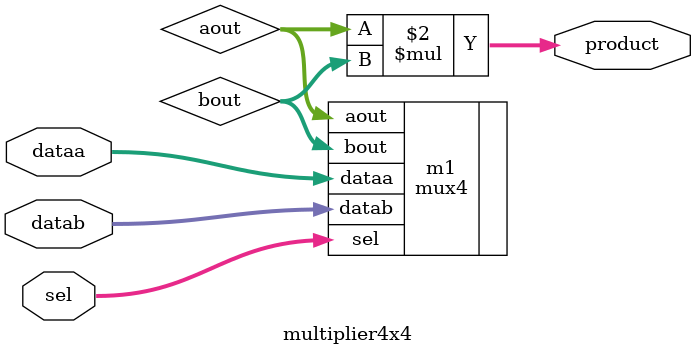
<source format=v>
`timescale 1ns / 1ps

module multiplier4x4(
input [7 : 0] dataa ,
input [7 : 0] datab ,
input [1 : 0] sel,
output reg [7 : 0] product
    );
    
    wire [3 : 0] aout , bout ;
    
    mux4 m1(
     .dataa(dataa),
     .datab(datab),
     .sel(sel),
     .aout(aout),
     .bout(bout)
    );
    
     always @ (*) begin
        product =  aout * bout ;
    end
    
endmodule


</source>
